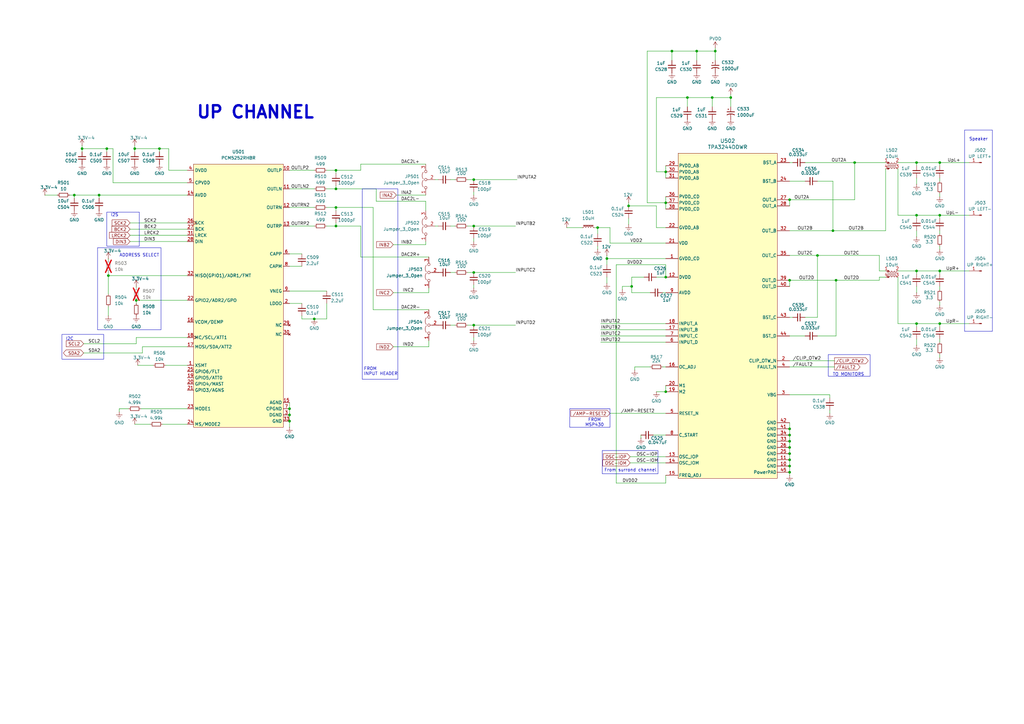
<source format=kicad_sch>
(kicad_sch (version 20250114) (generator "eeschema") (generator_version "9.0")
  (paper "A3")
  (title_block (title "Amplificateur Audio (Base Saine)") (date "2025-05-19") (rev "1.0") (company "NDG"))
  (rectangle (start 40.005 101.6) (end 66.04 135.255))
  (rectangle (start 233.68 167.64) (end 250.19 175.26))
  (rectangle (start 395.605 53.34) (end 407.035 135.89))
  (rectangle (start 339.725 145.415) (end 356.87 154.305))
  (rectangle (start 43.815 86.995) (end 57.15 100.965))
  (rectangle (start 148.59 77.47) (end 163.195 155.575))
  (rectangle (start 25.4 137.16) (end 42.545 147.32))
  (rectangle (start 247.015 184.785) (end 269.875 194.31))
  (text "TO MONITORS" (at 347.98 153.67 0) (effects (font (size 1.27 1.27))))
  (text "FROM\nINPUT HEADER" (at 149.225 152.4 0) (effects (font (size 1.27 1.27)) (justify left)))
  (text "Speaker\n" (at 401.32 57.15 0) (effects (font (size 1.27 1.27))))
  (text "FROM\nMSP430\n" (at 243.84 173.355 0) (effects (font (size 1.27 1.27))))
  (text "I2S\n" (at 46.99 88.265 0) (effects (font (size 1.27 1.27))))
  (text "I2C\n" (at 28.575 139.065 0) (effects (font (size 1.27 1.27))))
  (text "From surrond channel\n\n" (at 258.572 193.929 0) (effects (font (size 1.27 1.27))))
  (text "ADDRESS SELECT" (at 57.15 104.775 0) (effects (font (size 1.27 1.27))))
  (text "UP CHANNEL\n\n" (at 104.775 50.165 0) (effects (font (size 5 5) (thickness 1) (bold yes))))
  (junction (at 375.92 66.675))
  (junction (at 44.45 113.03))
  (junction (at 375.92 111.125))
  (junction (at 323.85 191.135))
  (junction (at 128.905 130.81))
  (junction (at 385.445 132.715))
  (junction (at 323.85 81.915))
  (junction (at 55.245 60.96))
  (junction (at 40.64 80.01))
  (junction (at 323.85 175.895))
  (junction (at 248.92 106.045))
  (junction (at 275.59 20.955))
  (junction (at 194.31 133.35))
  (junction (at 323.85 186.055))
  (junction (at 323.85 178.435))
  (junction (at 375.92 132.715))
  (junction (at 33.655 60.96))
  (junction (at 323.85 114.935))
  (junction (at 137.795 77.47))
  (junction (at 194.31 73.66))
  (junction (at 118.745 170.18))
  (junction (at 137.795 85.09))
  (junction (at 30.48 80.01))
  (junction (at 293.37 20.955))
  (junction (at 335.28 104.775))
  (junction (at 194.31 111.76))
  (junction (at 323.85 180.975))
  (junction (at 137.795 69.85))
  (junction (at 55.88 123.19))
  (junction (at 323.85 183.515))
  (junction (at 273.05 70.485))
  (junction (at 375.92 88.265))
  (junction (at 273.05 113.665))
  (junction (at 257.81 84.455))
  (junction (at 342.9 114.935))
  (junction (at 245.11 93.345))
  (junction (at 385.445 66.675))
  (junction (at 323.85 188.595))
  (junction (at 299.72 40.005))
  (junction (at 385.445 111.125))
  (junction (at 292.1 40.005))
  (junction (at 194.31 92.71))
  (junction (at 350.52 66.675))
  (junction (at 118.745 172.72))
  (junction (at 281.94 40.005))
  (junction (at 285.75 20.955))
  (junction (at 273.05 83.185))
  (junction (at 118.745 167.64))
  (junction (at 137.795 92.71))
  (junction (at 65.405 60.96))
  (junction (at 323.85 193.675))
  (junction (at 259.08 117.475))
  (junction (at 273.05 160.655))
  (junction (at 341.63 94.615))
  (junction (at 385.445 88.265))
  (junction (at 43.815 60.96))
  (wire (pts (xy 375.92 66.675) (xy 385.445 66.675)))
  (wire (pts (xy 118.745 77.47) (xy 128.905 77.47)))
  (wire (pts (xy 65.405 62.23) (xy 65.405 60.96)))
  (wire (pts (xy 385.445 66.675) (xy 385.445 67.945)))
  (wire (pts (xy 232.41 93.345) (xy 238.76 93.345)))
  (wire (pts (xy 44.45 113.03) (xy 44.45 120.65)))
  (wire (pts (xy 69.215 60.96) (xy 65.405 60.96)))
  (wire (pts (xy 385.445 66.675) (xy 397.51 66.675)))
  (wire (pts (xy 123.825 104.14) (xy 118.745 104.14)))
  (wire (pts (xy 260.35 150.495) (xy 266.7 150.495)))
  (wire (pts (xy 118.745 170.18) (xy 118.745 172.72)))
  (wire (pts (xy 385.445 132.715) (xy 385.445 133.985)))
  (wire (pts (xy 179.705 73.66) (xy 178.435 73.66)))
  (wire (pts (xy 335.28 104.775) (xy 335.28 130.175)))
  (wire (pts (xy 33.655 60.96) (xy 33.655 62.23)))
  (wire (pts (xy 147.955 92.71) (xy 137.795 92.71)))
  (wire (pts (xy 341.63 94.615) (xy 323.85 94.615)))
  (wire (pts (xy 368.3 132.715) (xy 375.92 132.715)))
  (wire (pts (xy 385.445 111.125) (xy 397.51 111.125)))
  (wire (pts (xy 76.835 74.93) (xy 46.355 74.93)))
  (wire (pts (xy 273.05 108.585) (xy 273.05 113.665)))
  (wire (pts (xy 137.795 76.2) (xy 137.795 77.47)))
  (wire (pts (xy 46.355 74.93) (xy 46.355 60.96)))
  (wire (pts (xy 250.19 169.545) (xy 273.05 169.545)))
  (wire (pts (xy 53.34 91.44) (xy 76.835 91.44)))
  (wire (pts (xy 40.64 80.01) (xy 76.835 80.01)))
  (wire (pts (xy 175.895 118.11) (xy 175.895 120.015)))
  (wire (pts (xy 162.56 80.01) (xy 174.625 80.01)))
  (wire (pts (xy 128.905 130.81) (xy 133.985 130.81)))
  (wire (pts (xy 292.1 40.005) (xy 292.1 43.815)))
  (wire (pts (xy 325.12 66.675) (xy 323.85 66.675)))
  (wire (pts (xy 342.9 114.935) (xy 342.9 137.795)))
  (wire (pts (xy 55.88 117.475) (xy 55.88 118.11)))
  (wire (pts (xy 34.29 140.97) (xy 55.88 140.97)))
  (wire (pts (xy 118.745 92.71) (xy 128.905 92.71)))
  (wire (pts (xy 194.31 139.7) (xy 194.31 138.43)))
  (wire (pts (xy 323.85 175.895) (xy 323.85 178.435)))
  (wire (pts (xy 250.19 99.695) (xy 250.19 93.345)))
  (wire (pts (xy 40.64 81.28) (xy 40.64 80.01)))
  (wire (pts (xy 266.7 120.015) (xy 259.08 120.015)))
  (wire (pts (xy 350.52 66.675) (xy 350.52 81.915)))
  (wire (pts (xy 368.3 66.675) (xy 375.92 66.675)))
  (wire (pts (xy 341.63 74.295) (xy 341.63 94.615)))
  (wire (pts (xy 133.985 119.38) (xy 118.745 119.38)))
  (wire (pts (xy 264.16 113.665) (xy 259.08 113.665)))
  (wire (pts (xy 43.815 62.23) (xy 43.815 60.96)))
  (wire (pts (xy 258.445 189.865) (xy 273.05 189.865)))
  (wire (pts (xy 281.94 40.005) (xy 269.24 40.005)))
  (wire (pts (xy 323.85 186.055) (xy 323.85 188.595)))
  (wire (pts (xy 265.43 20.955) (xy 275.59 20.955)))
  (wire (pts (xy 123.825 130.81) (xy 123.825 129.54)))
  (wire (pts (xy 44.45 113.03) (xy 76.835 113.03)))
  (wire (pts (xy 269.24 113.665) (xy 273.05 113.665)))
  (wire (pts (xy 375.92 97.155) (xy 375.92 94.615)))
  (wire (pts (xy 368.3 113.665) (xy 368.3 132.715)))
  (wire (pts (xy 118.745 172.72) (xy 118.745 175.26)))
  (wire (pts (xy 147.955 67.31) (xy 147.955 69.85)))
  (wire (pts (xy 323.85 180.975) (xy 323.85 183.515)))
  (wire (pts (xy 56.515 149.86) (xy 62.865 149.86)))
  (wire (pts (xy 184.785 133.35) (xy 186.69 133.35)))
  (wire (pts (xy 174.625 100.33) (xy 174.625 99.06)))
  (wire (pts (xy 323.85 193.675) (xy 323.85 194.945)))
  (wire (pts (xy 330.2 66.675) (xy 350.52 66.675)))
  (wire (pts (xy 133.985 124.46) (xy 133.985 130.81)))
  (wire (pts (xy 76.835 123.19) (xy 55.88 123.19)))
  (wire (pts (xy 360.68 114.935) (xy 342.9 114.935)))
  (wire (pts (xy 46.355 60.96) (xy 43.815 60.96)))
  (wire (pts (xy 194.31 92.71) (xy 211.455 92.71)))
  (wire (pts (xy 273.05 99.695) (xy 250.19 99.695)))
  (wire (pts (xy 118.745 69.85) (xy 128.905 69.85)))
  (wire (pts (xy 262.89 178.435) (xy 262.89 179.705)))
  (wire (pts (xy 323.85 81.915) (xy 323.85 84.455)))
  (wire (pts (xy 360.68 111.125) (xy 363.22 111.125)))
  (wire (pts (xy 44.45 111.76) (xy 44.45 113.03)))
  (wire (pts (xy 258.445 187.325) (xy 273.05 187.325)))
  (wire (pts (xy 340.36 169.545) (xy 340.36 168.275)))
  (wire (pts (xy 323.85 114.935) (xy 342.9 114.935)))
  (wire (pts (xy 271.78 120.015) (xy 273.05 120.015)))
  (wire (pts (xy 55.245 173.99) (xy 61.595 173.99)))
  (wire (pts (xy 368.3 69.215) (xy 368.3 88.265)))
  (wire (pts (xy 385.445 95.885) (xy 385.445 94.615)))
  (wire (pts (xy 385.445 88.265) (xy 385.445 89.535)))
  (wire (pts (xy 363.22 94.615) (xy 341.63 94.615)))
  (wire (pts (xy 194.31 133.35) (xy 211.455 133.35)))
  (wire (pts (xy 269.24 84.455) (xy 257.81 84.455)))
  (wire (pts (xy 33.655 59.69) (xy 33.655 60.96)))
  (wire (pts (xy 246.38 135.255) (xy 273.05 135.255)))
  (wire (pts (xy 191.77 73.66) (xy 194.31 73.66)))
  (wire (pts (xy 248.92 106.045) (xy 248.92 108.585)))
  (wire (pts (xy 260.35 151.765) (xy 260.35 150.495)))
  (wire (pts (xy 44.45 106.045) (xy 44.45 106.68)))
  (wire (pts (xy 53.34 99.06) (xy 76.835 99.06)))
  (wire (pts (xy 323.85 137.795) (xy 330.2 137.795)))
  (wire (pts (xy 363.22 113.665) (xy 360.68 113.665)))
  (wire (pts (xy 385.445 146.685) (xy 385.445 145.415)))
  (wire (pts (xy 252.73 198.12) (xy 252.73 108.585)))
  (wire (pts (xy 154.305 82.55) (xy 174.625 82.55)))
  (wire (pts (xy 275.59 20.955) (xy 285.75 20.955)))
  (wire (pts (xy 375.92 66.675) (xy 375.92 67.945)))
  (wire (pts (xy 33.655 60.96) (xy 43.815 60.96)))
  (wire (pts (xy 360.68 104.775) (xy 360.68 111.125)))
  (wire (pts (xy 137.795 71.12) (xy 137.795 69.85)))
  (wire (pts (xy 133.985 92.71) (xy 137.795 92.71)))
  (wire (pts (xy 137.795 77.47) (xy 133.985 77.47)))
  (wire (pts (xy 323.85 104.775) (xy 335.28 104.775)))
  (wire (pts (xy 191.77 92.71) (xy 194.31 92.71)))
  (wire (pts (xy 375.92 75.565) (xy 375.92 73.025)))
  (wire (pts (xy 174.625 67.31) (xy 147.955 67.31)))
  (wire (pts (xy 269.24 40.005) (xy 269.24 70.485)))
  (wire (pts (xy 273.05 83.185) (xy 265.43 83.185)))
  (wire (pts (xy 147.955 105.41) (xy 147.955 92.71)))
  (wire (pts (xy 194.31 99.06) (xy 194.31 97.79)))
  (wire (pts (xy 245.11 100.965) (xy 245.11 102.235)))
  (wire (pts (xy 385.445 125.095) (xy 385.445 123.825)))
  (wire (pts (xy 285.75 20.955) (xy 285.75 24.765)))
  (wire (pts (xy 275.59 20.955) (xy 275.59 24.765)))
  (wire (pts (xy 323.85 114.935) (xy 323.85 117.475)))
  (wire (pts (xy 154.305 77.47) (xy 154.305 82.55)))
  (wire (pts (xy 335.28 104.775) (xy 360.68 104.775)))
  (wire (pts (xy 153.035 127) (xy 153.035 85.09)))
  (wire (pts (xy 246.38 132.715) (xy 273.05 132.715)))
  (wire (pts (xy 55.88 124.46) (xy 55.88 123.19)))
  (wire (pts (xy 323.85 178.435) (xy 323.85 180.975)))
  (wire (pts (xy 153.035 85.09) (xy 137.795 85.09)))
  (wire (pts (xy 375.92 132.715) (xy 385.445 132.715)))
  (wire (pts (xy 273.05 83.185) (xy 273.05 85.725)))
  (wire (pts (xy 335.28 74.295) (xy 341.63 74.295)))
  (wire (pts (xy 269.24 160.655) (xy 273.05 160.655)))
  (wire (pts (xy 385.445 88.265) (xy 397.51 88.265)))
  (wire (pts (xy 265.43 83.185) (xy 265.43 20.955)))
  (wire (pts (xy 191.77 111.76) (xy 194.31 111.76)))
  (wire (pts (xy 323.85 150.495) (xy 342.265 150.495)))
  (wire (pts (xy 273.05 80.645) (xy 273.05 83.185)))
  (wire (pts (xy 281.94 40.005) (xy 281.94 43.815)))
  (wire (pts (xy 375.92 111.125) (xy 375.92 112.395)))
  (wire (pts (xy 175.895 120.015) (xy 161.29 120.015)))
  (wire (pts (xy 323.85 191.135) (xy 323.85 193.675)))
  (wire (pts (xy 55.245 60.96) (xy 55.245 62.23)))
  (wire (pts (xy 123.825 124.46) (xy 118.745 124.46)))
  (wire (pts (xy 34.29 144.78) (xy 58.42 144.78)))
  (wire (pts (xy 137.795 69.85) (xy 133.985 69.85)))
  (wire (pts (xy 259.08 117.475) (xy 259.08 120.015)))
  (wire (pts (xy 250.19 93.345) (xy 245.11 93.345)))
  (wire (pts (xy 335.28 130.175) (xy 330.2 130.175)))
  (wire (pts (xy 245.11 93.345) (xy 243.84 93.345)))
  (wire (pts (xy 175.895 142.24) (xy 161.29 142.24)))
  (wire (pts (xy 147.955 69.85) (xy 137.795 69.85)))
  (wire (pts (xy 340.36 163.195) (xy 340.36 161.925)))
  (wire (pts (xy 273.05 198.12) (xy 252.73 198.12)))
  (wire (pts (xy 175.895 127) (xy 153.035 127)))
  (wire (pts (xy 269.24 93.345) (xy 273.05 93.345)))
  (wire (pts (xy 299.72 40.005) (xy 292.1 40.005)))
  (wire (pts (xy 69.215 69.85) (xy 69.215 60.96)))
  (wire (pts (xy 330.2 74.295) (xy 323.85 74.295)))
  (wire (pts (xy 363.22 69.215) (xy 363.22 94.615)))
  (wire (pts (xy 350.52 66.675) (xy 363.22 66.675)))
  (wire (pts (xy 368.3 111.125) (xy 375.92 111.125)))
  (wire (pts (xy 184.785 92.71) (xy 186.69 92.71)))
  (wire (pts (xy 271.78 150.495) (xy 273.05 150.495)))
  (wire (pts (xy 257.81 83.185) (xy 257.81 84.455)))
  (wire (pts (xy 174.625 82.55) (xy 174.625 86.36)))
  (wire (pts (xy 385.445 102.235) (xy 385.445 100.965)))
  (wire (pts (xy 118.745 167.64) (xy 118.745 170.18)))
  (wire (pts (xy 67.945 149.86) (xy 76.835 149.86)))
  (wire (pts (xy 58.42 144.78) (xy 58.42 142.24)))
  (wire (pts (xy 123.825 130.81) (xy 128.905 130.81)))
  (wire (pts (xy 55.245 60.96) (xy 65.405 60.96)))
  (wire (pts (xy 66.675 173.99) (xy 76.835 173.99)))
  (wire (pts (xy 323.85 183.515) (xy 323.85 186.055)))
  (wire (pts (xy 385.445 118.745) (xy 385.445 117.475)))
  (wire (pts (xy 375.92 88.265) (xy 385.445 88.265)))
  (wire (pts (xy 293.37 19.685) (xy 293.37 20.955)))
  (wire (pts (xy 175.895 139.7) (xy 175.895 142.24)))
  (wire (pts (xy 375.92 141.605) (xy 375.92 139.065)))
  (wire (pts (xy 30.48 80.01) (xy 30.48 81.28)))
  (wire (pts (xy 53.34 96.52) (xy 76.835 96.52)))
  (wire (pts (xy 194.31 118.11) (xy 194.31 116.84)))
  (wire (pts (xy 175.895 105.41) (xy 147.955 105.41)))
  (wire (pts (xy 48.895 167.64) (xy 52.705 167.64)))
  (wire (pts (xy 273.05 67.945) (xy 273.05 70.485)))
  (wire (pts (xy 273.05 158.115) (xy 273.05 160.655)))
  (wire (pts (xy 255.27 117.475) (xy 255.27 118.745)))
  (wire (pts (xy 360.68 113.665) (xy 360.68 114.935)))
  (wire (pts (xy 269.24 70.485) (xy 273.05 70.485)))
  (wire (pts (xy 30.48 80.01) (xy 40.64 80.01)))
  (wire (pts (xy 248.92 106.045) (xy 273.05 106.045)))
  (wire (pts (xy 246.38 140.335) (xy 273.05 140.335)))
  (wire (pts (xy 368.3 88.265) (xy 375.92 88.265)))
  (wire (pts (xy 48.895 168.91) (xy 48.895 167.64)))
  (wire (pts (xy 194.31 73.66) (xy 212.09 73.66)))
  (wire (pts (xy 299.72 43.815) (xy 299.72 40.005)))
  (wire (pts (xy 257.81 92.075) (xy 257.81 89.535)))
  (wire (pts (xy 28.575 80.01) (xy 30.48 80.01)))
  (wire (pts (xy 385.445 140.335) (xy 385.445 139.065)))
  (wire (pts (xy 385.445 111.125) (xy 385.445 112.395)))
  (wire (pts (xy 350.52 81.915) (xy 323.85 81.915)))
  (wire (pts (xy 194.31 80.01) (xy 194.31 78.74)))
  (wire (pts (xy 123.825 109.22) (xy 118.745 109.22)))
  (wire (pts (xy 246.38 137.795) (xy 273.05 137.795)))
  (wire (pts (xy 191.77 133.35) (xy 194.31 133.35)))
  (wire (pts (xy 58.42 142.24) (xy 76.835 142.24)))
  (wire (pts (xy 293.37 24.765) (xy 293.37 20.955)))
  (wire (pts (xy 184.785 73.66) (xy 186.69 73.66)))
  (wire (pts (xy 194.31 111.76) (xy 211.455 111.76)))
  (wire (pts (xy 299.72 38.735) (xy 299.72 40.005)))
  (wire (pts (xy 375.92 88.265) (xy 375.92 89.535)))
  (wire (pts (xy 323.85 173.355) (xy 323.85 175.895)))
  (wire (pts (xy 293.37 20.955) (xy 285.75 20.955)))
  (wire (pts (xy 18.415 80.01) (xy 23.495 80.01)))
  (wire (pts (xy 154.305 77.47) (xy 137.795 77.47)))
  (wire (pts (xy 375.92 111.125) (xy 385.445 111.125)))
  (wire (pts (xy 385.445 80.645) (xy 385.445 79.375)))
  (wire (pts (xy 55.88 138.43) (xy 76.835 138.43)))
  (wire (pts (xy 375.92 132.715) (xy 375.92 133.985)))
  (wire (pts (xy 55.88 140.97) (xy 55.88 138.43)))
  (wire (pts (xy 340.36 161.925) (xy 323.85 161.925)))
  (wire (pts (xy 137.795 92.71) (xy 137.795 91.44)))
  (wire (pts (xy 267.97 178.435) (xy 273.05 178.435)))
  (wire (pts (xy 55.245 59.69) (xy 55.245 60.96)))
  (wire (pts (xy 44.45 125.73) (xy 44.45 129.54)))
  (wire (pts (xy 269.24 84.455) (xy 269.24 93.345)))
  (wire (pts (xy 375.92 120.015) (xy 375.92 117.475)))
  (wire (pts (xy 335.28 137.795) (xy 342.9 137.795)))
  (wire (pts (xy 385.445 132.715) (xy 397.51 132.715)))
  (wire (pts (xy 385.445 74.295) (xy 385.445 73.025)))
  (wire (pts (xy 53.34 93.98) (xy 76.835 93.98)))
  (wire (pts (xy 255.27 117.475) (xy 259.08 117.475)))
  (wire (pts (xy 248.92 104.775) (xy 248.92 106.045)))
  (wire (pts (xy 323.85 188.595) (xy 323.85 191.135)))
  (wire (pts (xy 137.795 86.36) (xy 137.795 85.09)))
  (wire (pts (xy 69.215 69.85) (xy 76.835 69.85)))
  (wire (pts (xy 325.12 130.175) (xy 323.85 130.175)))
  (wire (pts (xy 273.05 198.12) (xy 273.05 194.945)))
  (wire (pts (xy 137.795 85.09) (xy 133.985 85.09)))
  (wire (pts (xy 248.92 116.205) (xy 248.92 113.665)))
  (wire (pts (xy 259.08 113.665) (xy 259.08 117.475)))
  (wire (pts (xy 57.785 167.64) (xy 76.835 167.64)))
  (wire (pts (xy 281.94 40.005) (xy 292.1 40.005)))
  (wire (pts (xy 323.85 147.955) (xy 342.265 147.955)))
  (wire (pts (xy 252.73 108.585) (xy 273.05 108.585)))
  (wire (pts (xy 161.29 100.33) (xy 174.625 100.33)))
  (wire (pts (xy 118.745 85.09) (xy 128.905 85.09)))
  (wire (pts (xy 179.705 92.71) (xy 178.435 92.71)))
  (wire (pts (xy 245.11 93.345) (xy 245.11 95.885)))
  (wire (pts (xy 184.785 111.76) (xy 186.69 111.76)))
  (wire (pts (xy 118.745 165.1) (xy 118.745 167.64)))
  (wire (pts (xy 273.05 70.485) (xy 273.05 73.025)))
  (label "DVDD2" (at 257.175 108.585 0))
  (label "UpR+" (at 387.985 111.125 0))
  (label "OUTRN2" (at 119.38 85.09 0))
  (label "INPUTB2" (at 211.455 92.71 0))
  (label "OUTLP2" (at 119.38 69.85 0))
  (label "{slash}CLIP_OTW2" (at 325.12 147.955 0))
  (label "OSC-IOP" (at 260.985 187.325 0))
  (label "OUTLN2" (at 119.38 77.47 0))
  (label "BCK2" (at 59.055 93.98 0))
  (label "DIN3" (at 59.055 99.06 0))
  (label "OUT2A" (at 325.755 81.915 0))
  (label "UpL+" (at 388.62 66.675 0))
  (label "INC2" (at 165.1 120.015 0))
  (label "INPUTA2" (at 212.09 73.66 0))
  (label "VDD2" (at 258.445 99.695 0))
  (label "OUT2C" (at 346.075 104.775 0))
  (label "UpR-" (at 387.985 132.715 0))
  (label "OUT2D" (at 327.66 114.935 0))
  (label "DVDD2" (at 255.27 198.12 0))
  (label "DAC2R+" (at 164.465 105.41 0))
  (label "DAC2L-" (at 164.465 82.55 0))
  (label "OUT2B" (at 327.025 94.615 0))
  (label "OUT2A" (at 340.995 66.675 0))
  (label "INPUTA2" (at 246.38 132.715 0))
  (label "OSC-IOM" (at 260.985 189.865 0))
  (label "SDA2" (at 36.195 144.78 0))
  (label "INPUTC2" (at 211.455 111.76 0))
  (label "LRCK2" (at 59.055 96.52 0))
  (label "INB2" (at 164.465 100.33 0))
  (label "{slash}FAULT2" (at 325.12 150.495 0))
  (label "INPUTC2" (at 246.38 137.795 0))
  (label "INA2" (at 164.465 80.01 0))
  (label "OUT2C" (at 327.025 104.775 0))
  (label "INPUTB2" (at 246.38 135.255 0))
  (label "DAC2L+" (at 164.465 67.31 0))
  (label "{slash}AMP-RESET2" (at 254.635 169.545 0))
  (label "SCL2" (at 36.195 140.97 0))
  (label "INPUTD2" (at 246.38 140.335 0))
  (label "OUT2D" (at 346.075 114.935 0))
  (label "DAC2R-" (at 164.465 127 0))
  (label "IND2" (at 165.1 142.24 0))
  (label "OUTRP2" (at 119.38 92.71 0))
  (label "INPUTD2" (at 211.455 133.35 0))
  (label "OUT2B" (at 347.98 94.615 0))
  (label "UpL-" (at 387.985 88.265 0))
  (label "SCK2" (at 59.055 91.44 0))
  (global_label "{slash}FAULT2" (shape output) (at 342.265 150.495 0) (property "Intersheetrefs" "${INTERSHEET_REFS}" (effects (hide yes))))
  (global_label "SDA2" (shape bidirectional) (at 34.29 144.78 180) (property "Intersheetrefs" "${INTERSHEET_REFS}" (effects (hide yes))))
  (global_label "INB2" (shape input) (at 161.29 100.33 180) (property "Intersheetrefs" "${INTERSHEET_REFS}" (effects (hide yes))))
  (global_label "IND2" (shape input) (at 161.29 142.24 180) (property "Intersheetrefs" "${INTERSHEET_REFS}" (effects (hide yes))))
  (global_label "{slash}AMP-RESET2" (shape input) (at 250.19 169.545 180) (property "Intersheetrefs" "${INTERSHEET_REFS}" (effects (hide yes))))
  (global_label "SCK2" (shape input) (at 53.34 91.44 180) (property "Intersheetrefs" "${INTERSHEET_REFS}" (effects (hide yes))))
  (global_label "BCK2" (shape input) (at 53.34 93.98 180) (property "Intersheetrefs" "${INTERSHEET_REFS}" (effects (hide yes))))
  (global_label "LRCK2" (shape input) (at 53.34 96.52 180) (property "Intersheetrefs" "${INTERSHEET_REFS}" (effects (hide yes))))
  (global_label "{slash}CLIP_OTW2" (shape output) (at 342.265 147.955 0) (property "Intersheetrefs" "${INTERSHEET_REFS}" (effects (hide yes))))
  (global_label "INA2" (shape input) (at 162.56 80.01 180) (property "Intersheetrefs" "${INTERSHEET_REFS}" (effects (hide yes))))
  (global_label "INC2" (shape input) (at 161.29 120.015 180) (property "Intersheetrefs" "${INTERSHEET_REFS}" (effects (hide yes))))
  (global_label "SCL2" (shape input) (at 34.29 140.97 180) (property "Intersheetrefs" "${INTERSHEET_REFS}" (effects (hide yes))))
  (global_label "OSC-IOP" (shape input) (at 258.445 187.325 180) (property "Intersheetrefs" "${INTERSHEET_REFS}" (effects (hide yes))))
  (global_label "OSC-IOM" (shape input) (at 258.445 189.865 180) (property "Intersheetrefs" "${INTERSHEET_REFS}" (effects (hide yes))))
  (global_label "DIN3" (shape input) (at 53.34 99.06 180) (property "Intersheetrefs" "${INTERSHEET_REFS}" (effects (hide yes))))
  (symbol (lib_id "Device:C_Small") (at 182.245 73.66 90) (unit 1)
    (property "Reference" "C514" (at 182.118 68.707 90))
    (property "Value" "10uF" (at 182.499 70.358 90))
    (property "Description" "Unpolarized capacitor, small symbol" (effects (hide yes)))
  )
  (symbol (lib_id "power:Earth") (at 33.655 67.31 0) (unit 1)
    (property "Reference" "#PWR0505" (effects (hide yes)))
    (property "Value" "GND" (at 33.655 71.12 0))
    (property "Description" "Power symbol creates a global label with name \"Earth\"" (effects (hide yes)))
  )
  (symbol (lib_id "power:Earth") (at 275.59 29.845 0) (unit 1)
    (property "Reference" "#PWR0501" (effects (hide yes)))
    (property "Value" "GND" (at 275.59 33.655 0))
    (property "Description" "Power symbol creates a global label with name \"Earth\"" (effects (hide yes)))
  )
  (symbol (lib_id "power:Earth") (at 44.45 129.54 0) (unit 1)
    (property "Reference" "#PWR0512" (effects (hide yes)))
    (property "Value" "GND" (at 44.45 133.985 0))
    (property "Description" "Power symbol creates a global label with name \"Earth\"" (effects (hide yes)))
  )
  (symbol (lib_id "power:+12V") (at 293.37 19.685 0) (unit 1)
    (property "Reference" "#PWR0544" (effects (hide yes)))
    (property "Value" "PVDD" (at 293.37 15.875 0))
    (property "Description" "Power symbol creates a global label with name \"+12V\"" (effects (hide yes)))
  )
  (symbol (lib_id "Device:C_Small") (at 30.48 83.82 180) (unit 1)
    (property "Reference" "C504" (at 26.035 84.963 0))
    (property "Value" "10uF" (at 26.035 82.423 0))
    (property "Description" "Unpolarized capacitor, small symbol" (effects (hide yes)))
  )
  (symbol (lib_id "Device:C_Small") (at 133.985 121.92 0) (unit 1)
    (property "Reference" "C511" (at 138.43 120.777 0))
    (property "Value" "2.2uF" (at 138.43 123.317 0))
    (property "Description" "Unpolarized capacitor, small symbol" (effects (hide yes)))
  )
  (symbol (lib_id "Device:R_Small") (at 44.45 123.19 180) (unit 1)
    (property "Reference" "R504" (at 46.99 121.9199 0) (effects (justify right)))
    (property "Value" "10k" (at 46.99 124.4599 0) (effects (justify right)))
    (property "Description" "Resistor, small symbol" (effects (hide yes)))
  )
  (symbol (lib_id "Device:C_Small") (at 194.31 95.25 0) (unit 1)
    (property "Reference" "C519" (at 198.755 94.107 0))
    (property "Value" "100pF" (at 198.755 96.647 0))
    (property "Description" "Unpolarized capacitor, small symbol" (effects (hide yes)))
  )
  (symbol (lib_id "Device:R_Small") (at 189.23 133.35 270) (unit 1)
    (property "Reference" "R516" (at 189.23 129.286 90))
    (property "Value" "100" (at 189.23 130.81 90))
    (property "Description" "Resistor, small symbol" (effects (hide yes)))
  )
  (symbol (lib_id "Device:C_Small") (at 194.31 76.2 0) (unit 1)
    (property "Reference" "C518" (at 198.755 75.057 0))
    (property "Value" "100pF" (at 198.755 77.597 0))
    (property "Description" "Unpolarized capacitor, small symbol" (effects (hide yes)))
  )
  (symbol (lib_id "Device:R_Small") (at 131.445 77.47 270) (unit 1)
    (property "Reference" "R510" (at 131.445 72.39 90))
    (property "Value" "499" (at 131.445 74.93 90))
    (property "Description" "Resistor, small symbol" (effects (hide yes)))
  )
  (symbol (lib_id "Device:R_Small") (at 385.445 76.835 0) (unit 1)
    (property "Reference" "R519" (at 381.381 75.565 0))
    (property "Value" "3.3" (at 381.127 77.597 0))
    (property "Description" "Resistor, small symbol" (effects (hide yes)))
  )
  (symbol (lib_id "Device:C_Small") (at 33.655 64.77 180) (unit 1)
    (property "Reference" "C502" (at 29.21 65.913 0))
    (property "Value" "10uF" (at 29.21 63.373 0))
    (property "Description" "Unpolarized capacitor, small symbol" (effects (hide yes)))
  )
  (symbol (lib_id "Device:C_Small") (at 332.74 137.795 270) (unit 1)
    (property "Reference" "C537" (at 332.486 132.715 90))
    (property "Value" "0.033uF" (at 332.486 134.493 90))
    (property "Description" "Unpolarized capacitor, small symbol" (effects (hide yes)))
  )
  (symbol (lib_id "power:Earth") (at 255.27 118.745 0) (unit 1)
    (property "Reference" "#PWR0533" (effects (hide yes)))
    (property "Value" "GND" (at 255.27 122.555 0))
    (property "Description" "Power symbol creates a global label with name \"Earth\"" (effects (hide yes)))
  )
  (symbol (lib_id "power:Earth") (at 281.94 48.895 0) (unit 1)
    (property "Reference" "#PWR0504" (effects (hide yes)))
    (property "Value" "GND" (at 281.94 52.705 0))
    (property "Description" "Power symbol creates a global label with name \"Earth\"" (effects (hide yes)))
  )
  (symbol (lib_id "Device:C_Small") (at 40.64 83.82 180) (unit 1)
    (property "Reference" "C506" (at 36.195 84.963 0))
    (property "Value" "0.1uF" (at 36.195 82.423 0))
    (property "Description" "Unpolarized capacitor, small symbol" (effects (hide yes)))
  )
  (symbol (lib_id "Device:R_Small") (at 385.445 142.875 0) (unit 1)
    (property "Reference" "R522" (at 381.381 141.605 0))
    (property "Value" "3.3" (at 381.127 143.637 0))
    (property "Description" "Resistor, small symbol" (effects (hide yes)))
  )
  (symbol (lib_id "power:Earth") (at 340.36 169.545 0) (unit 1)
    (property "Reference" "#PWR0541" (effects (hide yes)))
    (property "Value" "GND" (at 340.36 173.355 0))
    (property "Description" "Power symbol creates a global label with name \"Earth\"" (effects (hide yes)))
  )
  (symbol (lib_id "Device:C_Small") (at 194.31 135.89 0) (unit 1)
    (property "Reference" "C521" (at 198.755 134.747 0))
    (property "Value" "100pF" (at 198.755 137.287 0))
    (property "Description" "Unpolarized capacitor, small symbol" (effects (hide yes)))
  )
  (symbol (lib_id "Device:R_Small") (at 55.245 167.64 90) (unit 1)
    (property "Reference" "R502" (at 55.245 162.56 90))
    (property "Value" "4.99k" (at 55.245 165.1 90))
    (property "Description" "Resistor, small symbol" (effects (hide yes)))
  )
  (symbol (lib_id "power:+3V3") (at 18.415 80.01 0) (unit 1)
    (property "Reference" "#PWR0419" (effects (hide yes)))
    (property "Value" "3.3V-4" (at 16.51 76.835 0) (effects (justify left)))
    (property "Description" "Power symbol creates a global label with name \"+3V3\"" (effects (hide yes)))
  )
  (symbol (lib_id "Device:C_Small") (at 182.245 111.76 90) (unit 1)
    (property "Reference" "C516" (at 182.118 106.807 90))
    (property "Value" "10uF" (at 182.499 108.458 90))
    (property "Description" "Unpolarized capacitor, small symbol" (effects (hide yes)))
  )
  (symbol (lib_id "Device:C_Small") (at 332.74 74.295 270) (unit 1)
    (property "Reference" "C536" (at 332.486 69.215 90))
    (property "Value" "0.033uF" (at 332.486 70.993 90))
    (property "Description" "Unpolarized capacitor, small symbol" (effects (hide yes)))
  )
  (symbol (lib_id "Device:C_Small") (at 340.36 165.735 180) (unit 1)
    (property "Reference" "C538" (at 335.915 166.878 0))
    (property "Value" "0.1uF" (at 335.915 164.338 0))
    (property "Description" "Unpolarized capacitor, small symbol" (effects (hide yes)))
  )
  (symbol (lib_id "Device:L_Iron_Coupled_Small_1243") (at 365.76 112.395 0) (unit 1)
    (property "Reference" "L503" (at 365.76 106.045 0))
    (property "Value" "10uH" (at 365.76 108.585 0))
    (property "Description" "Coupled inductor with iron core, small symbol" (effects (hide yes)))
  )
  (symbol (lib_id "power:+12V") (at 248.92 104.775 0) (unit 1)
    (property "Reference" "#PWR0531" (effects (hide yes)))
    (property "Value" "12V" (at 248.666 101.219 0))
    (property "Description" "Power symbol creates a global label with name \"+12V\"" (effects (hide yes)))
  )
  (symbol (lib_id "Jumper:Jumper_3_Open") (at 174.625 92.71 90) (unit 1)
    (property "Reference" "JP502" (at 172.085 91.4399 90) (effects (justify left)))
    (property "Value" "Jumper_3_Open" (at 172.085 93.9799 90) (effects (justify left)))
    (property "Description" "Jumper, 3-pole, both open" (effects (hide yes)))
  )
  (symbol (lib_id "power:Earth") (at 262.89 179.705 0) (unit 1)
    (property "Reference" "#PWR0537" (effects (hide yes)))
    (property "Value" "GND" (at 262.89 183.515 0))
    (property "Description" "Power symbol creates a global label with name \"Earth\"" (effects (hide yes)))
  )
  (symbol (lib_id "Device:L_Iron_Coupled_Small_1243") (at 365.76 67.945 0) (unit 1)
    (property "Reference" "L502" (at 365.76 61.595 0))
    (property "Value" "10uH" (at 365.76 64.135 0))
    (property "Description" "Coupled inductor with iron core, small symbol" (effects (hide yes)))
  )
  (symbol (lib_id "power:+12V") (at 257.81 83.185 0) (unit 1)
    (property "Reference" "#PWR0534" (effects (hide yes)))
    (property "Value" "12V" (at 257.556 79.883 0))
    (property "Description" "Power symbol creates a global label with name \"+12V\"" (effects (hide yes)))
  )
  (symbol (lib_id "Device:C_Small") (at 281.94 46.355 180) (unit 1)
    (property "Reference" "C529" (at 277.495 47.498 0))
    (property "Value" "1uF" (at 277.495 44.958 0))
    (property "Description" "Unpolarized capacitor, small symbol" (effects (hide yes)))
  )
  (symbol (lib_id "Device:R_Small") (at 65.405 149.86 90) (unit 1)
    (property "Reference" "R506" (at 65.405 144.78 90))
    (property "Value" "10k" (at 65.405 147.32 90))
    (property "Description" "Resistor, small symbol" (effects (hide yes)))
  )
  (symbol (lib_id "Device:C_Small") (at 265.43 178.435 90) (unit 1)
    (property "Reference" "C525" (at 269.494 179.705 90))
    (property "Value" "0.047uF" (at 269.748 181.483 90))
    (property "Description" "Unpolarized capacitor, small symbol" (effects (hide yes)))
  )
  (symbol (lib_id "power:Earth") (at 375.92 141.605 0) (unit 1)
    (property "Reference" "#PWR0543" (effects (hide yes)))
    (property "Value" "GND" (at 375.92 145.415 0))
    (property "Description" "Power symbol creates a global label with name \"Earth\"" (effects (hide yes)))
  )
  (symbol (lib_id "power:Earth") (at 55.245 67.31 0) (unit 1)
    (property "Reference" "#PWR0514" (effects (hide yes)))
    (property "Value" "GND" (at 55.245 71.12 0))
    (property "Description" "Power symbol creates a global label with name \"Earth\"" (effects (hide yes)))
  )
  (symbol (lib_id "power:Earth") (at 375.92 120.015 0) (unit 1)
    (property "Reference" "#PWR0545" (effects (hide yes)))
    (property "Value" "GND" (at 375.92 123.825 0))
    (property "Description" "Power symbol creates a global label with name \"Earth\"" (effects (hide yes)))
  )
  (symbol (lib_id "power:Earth") (at 194.31 139.7 0) (unit 1)
    (property "Reference" "#PWR0528" (effects (hide yes)))
    (property "Value" "GND" (at 194.31 143.51 0))
    (property "Description" "Power symbol creates a global label with name \"Earth\"" (effects (hide yes)))
  )
  (symbol (lib_id "Device:C_Small") (at 123.825 106.68 0) (unit 1)
    (property "Reference" "C509" (at 128.27 105.537 0))
    (property "Value" "2.2uF" (at 128.27 108.077 0))
    (property "Description" "Unpolarized capacitor, small symbol" (effects (hide yes)))
  )
  (symbol (lib_id "power:Earth") (at 293.37 29.845 0) (unit 1)
    (property "Reference" "#PWR0515" (effects (hide yes)))
    (property "Value" "GND" (at 293.37 33.655 0))
    (property "Description" "Power symbol creates a global label with name \"Earth\"" (effects (hide yes)))
  )
  (symbol (lib_id "Device:R_Small") (at 55.88 120.65 180) (unit 1) (dnp yes)
    (property "Reference" "R507" (at 58.42 119.3799 0) (effects (justify right)))
    (property "Value" "10k" (at 58.42 121.9199 0) (effects (justify right)))
    (property "Description" "Resistor, small symbol" (effects (hide yes)))
  )
  (symbol (lib_id "Device:R_Small") (at 64.135 173.99 90) (unit 1)
    (property "Reference" "R505" (at 64.135 168.91 90))
    (property "Value" "4.99k" (at 64.135 171.45 90))
    (property "Description" "Resistor, small symbol" (effects (hide yes)))
  )
  (symbol (lib_id "Device:C_Small") (at 257.81 86.995 180) (unit 1)
    (property "Reference" "C524" (at 253.365 88.138 0))
    (property "Value" "0.1uF" (at 253.365 85.598 0))
    (property "Description" "Unpolarized capacitor, small symbol" (effects (hide yes)))
  )
  (symbol (lib_id "power:+3V3") (at 56.515 149.86 0) (unit 1)
    (property "Reference" "#PWR0422" (effects (hide yes)))
    (property "Value" "3.3V-4" (at 54.61 146.685 0) (effects (justify left)))
    (property "Description" "Power symbol creates a global label with name \"+3V3\"" (effects (hide yes)))
  )
  (symbol (lib_id "Connector:Conn_01x01_Pin") (at 402.59 88.265 180) (unit 1)
    (property "Reference" "J503" (at 401.955 83.185 0))
    (property "Value" "UP LEFT-" (at 401.955 85.725 0))
    (property "Description" "Generic connector, single row, 01x01, script generated" (effects (hide yes)))
  )
  (symbol (lib_id "power:Earth") (at 245.11 102.235 0) (unit 1)
    (property "Reference" "#PWR0530" (effects (hide yes)))
    (property "Value" "GND" (at 245.11 106.045 0))
    (property "Description" "Power symbol creates a global label with name \"Earth\"" (effects (hide yes)))
  )
  (symbol (lib_id "power:Earth") (at 194.31 80.01 0) (unit 1)
    (property "Reference" "#PWR0525" (effects (hide yes)))
    (property "Value" "GND" (at 194.31 83.82 0))
    (property "Description" "Power symbol creates a global label with name \"Earth\"" (effects (hide yes)))
  )
  (symbol (lib_id "Jumper:Jumper_3_Open") (at 175.895 133.35 90) (unit 1)
    (property "Reference" "JP504" (at 173.355 132.0799 90) (effects (justify left)))
    (property "Value" "Jumper_3_Open" (at 173.355 134.6199 90) (effects (justify left)))
    (property "Description" "Jumper, 3-pole, both open" (effects (hide yes)))
  )
  (symbol (lib_id "Device:R_Small") (at 189.23 73.66 270) (unit 1)
    (property "Reference" "R513" (at 189.23 69.596 90))
    (property "Value" "100" (at 189.23 71.12 90))
    (property "Description" "Resistor, small symbol" (effects (hide yes)))
  )
  (symbol (lib_id "Device:R_Small") (at 269.24 150.495 270) (unit 1)
    (property "Reference" "R517" (at 269.24 146.431 90))
    (property "Value" "22k" (at 269.24 147.955 90))
    (property "Description" "Resistor, small symbol" (effects (hide yes)))
  )
  (symbol (lib_id "Device:C_Small") (at 385.445 114.935 180) (unit 1)
    (property "Reference" "C545" (at 381 116.078 0))
    (property "Value" "0.01uF" (at 381 113.538 0))
    (property "Description" "Unpolarized capacitor, small symbol" (effects (hide yes)))
  )
  (symbol (lib_id "power:+12V") (at 299.72 38.735 0) (unit 1)
    (property "Reference" "#PWR0546" (effects (hide yes)))
    (property "Value" "PVDD" (at 299.974 34.925 0))
    (property "Description" "Power symbol creates a global label with name \"+12V\"" (effects (hide yes)))
  )
  (symbol (lib_id "power:+3V3") (at 55.245 59.69 0) (unit 1)
    (property "Reference" "#PWR0414" (effects (hide yes)))
    (property "Value" "3.3V-4" (at 53.34 56.515 0) (effects (justify left)))
    (property "Description" "Power symbol creates a global label with name \"+3V3\"" (effects (hide yes)))
  )
  (symbol (lib_id "Device:R_Small") (at 189.23 92.71 270) (unit 1)
    (property "Reference" "R514" (at 189.23 88.646 90))
    (property "Value" "100" (at 189.23 90.17 90))
    (property "Description" "Resistor, small symbol" (effects (hide yes)))
  )
  (symbol (lib_id "power:Earth") (at 118.745 175.26 0) (unit 1)
    (property "Reference" "#PWR0523" (effects (hide yes)))
    (property "Value" "GND" (at 118.745 179.07 0))
    (property "Description" "Power symbol creates a global label with name \"Earth\"" (effects (hide yes)))
  )
  (symbol (lib_id "power:Earth") (at 375.92 97.155 0) (unit 1)
    (property "Reference" "#PWR0548" (effects (hide yes)))
    (property "Value" "GND" (at 375.92 100.965 0))
    (property "Description" "Power symbol creates a global label with name \"Earth\"" (effects (hide yes)))
  )
  (symbol (lib_id "Device:R_Small") (at 131.445 85.09 270) (unit 1)
    (property "Reference" "R511" (at 131.445 80.01 90))
    (property "Value" "499" (at 131.445 82.55 90))
    (property "Description" "Resistor, small symbol" (effects (hide yes)))
  )
  (symbol (lib_id "power:Earth") (at 40.64 86.36 0) (unit 1)
    (property "Reference" "#PWR0510" (effects (hide yes)))
    (property "Value" "GND" (at 40.64 90.17 0))
    (property "Description" "Power symbol creates a global label with name \"Earth\"" (effects (hide yes)))
  )
  (symbol (lib_id "power:Earth") (at 48.895 168.91 0) (unit 1)
    (property "Reference" "#PWR0508" (effects (hide yes)))
    (property "Value" "GND" (at 48.895 173.355 0))
    (property "Description" "Power symbol creates a global label with name \"Earth\"" (effects (hide yes)))
  )
  (symbol (lib_id "Device:C_Small") (at 292.1 46.355 180) (unit 1)
    (property "Reference" "C531" (at 287.655 47.498 0))
    (property "Value" "1uF" (at 287.655 44.958 0))
    (property "Description" "Unpolarized capacitor, small symbol" (effects (hide yes)))
  )
  (symbol (lib_id "power:Earth") (at 385.445 102.235 0) (unit 1)
    (property "Reference" "#PWR0549" (effects (hide yes)))
    (property "Value" "GND" (at 385.445 106.045 0))
    (property "Description" "Power symbol creates a global label with name \"Earth\"" (effects (hide yes)))
  )
  (symbol (lib_id "power:Earth") (at 194.31 118.11 0) (unit 1)
    (property "Reference" "#PWR0527" (effects (hide yes)))
    (property "Value" "GND" (at 194.31 121.92 0))
    (property "Description" "Power symbol creates a global label with name \"Earth\"" (effects (hide yes)))
  )
  (symbol (lib_id "Device:C_Polarized_Small_US") (at 299.72 46.355 0) (unit 1)
    (property "Reference" "C533" (at 302.26 44.6531 0) (effects (justify left)))
    (property "Value" "1000uF" (at 302.26 47.1931 0) (effects (justify left)))
    (property "Description" "Polarized capacitor, small US symbol" (effects (hide yes)))
  )
  (symbol (lib_id "Device:C_Small") (at 137.795 88.9 0) (unit 1)
    (property "Reference" "C513" (at 142.24 87.757 0))
    (property "Value" "1000pF" (at 142.24 90.297 0))
    (property "Description" "Unpolarized capacitor, small symbol" (effects (hide yes)))
  )
  (symbol (lib_id "power:Earth") (at 260.35 151.765 0) (unit 1)
    (property "Reference" "#PWR0538" (effects (hide yes)))
    (property "Value" "GND" (at 260.35 155.575 0))
    (property "Description" "Power symbol creates a global label with name \"Earth\"" (effects (hide yes)))
  )
  (symbol (lib_id "power:Earth") (at 194.31 99.06 0) (unit 1)
    (property "Reference" "#PWR0526" (effects (hide yes)))
    (property "Value" "GND" (at 194.31 102.87 0))
    (property "Description" "Power symbol creates a global label with name \"Earth\"" (effects (hide yes)))
  )
  (symbol (lib_id "Device:C_Polarized_Small_US") (at 293.37 27.305 0) (unit 1)
    (property "Reference" "C532" (at 295.91 25.6031 0) (effects (justify left)))
    (property "Value" "1000uF" (at 295.91 28.1431 0) (effects (justify left)))
    (property "Description" "Polarized capacitor, small US symbol" (effects (hide yes)))
  )
  (symbol (lib_id "power:+12V") (at 232.41 93.345 0) (unit 1)
    (property "Reference" "#PWR0529" (effects (hide yes)))
    (property "Value" "12V" (at 232.156 90.043 0))
    (property "Description" "Power symbol creates a global label with name \"+12V\"" (effects (hide yes)))
  )
  (symbol (lib_id "Libglobal:PCM5252RHBR") (at 90.805 66.04 0) (unit 1)
    (property "Reference" "U501" (at 97.79 62.23 0))
    (property "Value" "PCM5252RHBR" (at 97.79 64.77 0))
  )
  (symbol (lib_id "power:+3V3") (at 33.655 59.69 0) (unit 1)
    (property "Reference" "#PWR0418" (effects (hide yes)))
    (property "Value" "3.3V-4" (at 31.75 56.515 0) (effects (justify left)))
    (property "Description" "Power symbol creates a global label with name \"+3V3\"" (effects (hide yes)))
  )
  (symbol (lib_id "Device:C_Small") (at 245.11 98.425 180) (unit 1)
    (property "Reference" "C522" (at 240.665 99.568 0))
    (property "Value" "0.1uF" (at 240.665 97.028 0))
    (property "Description" "Unpolarized capacitor, small symbol" (effects (hide yes)))
  )
  (symbol (lib_id "Device:R_Small") (at 131.445 92.71 270) (unit 1)
    (property "Reference" "R512" (at 131.445 87.63 90))
    (property "Value" "499" (at 131.445 90.17 90))
    (property "Description" "Resistor, small symbol" (effects (hide yes)))
  )
  (symbol (lib_id "Device:C_Small") (at 269.24 120.015 90) (unit 1)
    (property "Reference" "C527" (at 273.304 121.285 90))
    (property "Value" "1uF" (at 273.558 123.063 90))
    (property "Description" "Unpolarized capacitor, small symbol" (effects (hide yes)))
  )
  (symbol (lib_id "power:Earth") (at 65.405 67.31 0) (unit 1)
    (property "Reference" "#PWR0519" (effects (hide yes)))
    (property "Value" "GND" (at 65.405 71.12 0))
    (property "Description" "Power symbol creates a global label with name \"Earth\"" (effects (hide yes)))
  )
  (symbol (lib_id "Device:C_Small") (at 327.66 66.675 270) (unit 1)
    (property "Reference" "C534" (at 327.406 61.595 90))
    (property "Value" "0.033uF" (at 327.406 63.373 90))
    (property "Description" "Unpolarized capacitor, small symbol" (effects (hide yes)))
  )
  (symbol (lib_id "Device:R_Small") (at 131.445 69.85 270) (unit 1)
    (property "Reference" "R509" (at 131.445 64.77 90))
    (property "Value" "499" (at 131.445 67.31 90))
    (property "Description" "Resistor, small symbol" (effects (hide yes)))
  )
  (symbol (lib_id "Device:C_Small") (at 182.245 92.71 90) (unit 1)
    (property "Reference" "C515" (at 182.118 87.757 90))
    (property "Value" "10uF" (at 182.499 89.408 90))
    (property "Description" "Unpolarized capacitor, small symbol" (effects (hide yes)))
  )
  (symbol (lib_id "Libglobal:TPA3244DDWR") (at 298.45 135.255 0) (unit 1)
    (property "Reference" "U502" (at 298.45 57.785 0) (effects (font (size 1.524 1.524))))
    (property "Value" "TPA3244DDWR" (at 298.45 60.325 0) (effects (font (size 1.524 1.524))))
    (property "Footprint" "DDV0044D_N" (effects (hide yes)))
    (property "Datasheet" "TPA3255DDV" (effects (hide yes)))
  )
  (symbol (lib_id "Device:C_Small") (at 375.92 70.485 180) (unit 1)
    (property "Reference" "C539" (at 371.475 71.628 0))
    (property "Value" "1uF" (at 371.475 69.088 0))
    (property "Description" "Unpolarized capacitor, small symbol" (effects (hide yes)))
  )
  (symbol (lib_id "power:Earth") (at 43.815 67.31 0) (unit 1)
    (property "Reference" "#PWR0509" (effects (hide yes)))
    (property "Value" "GND" (at 43.815 71.12 0))
    (property "Description" "Power symbol creates a global label with name \"Earth\"" (effects (hide yes)))
  )
  (symbol (lib_id "power:Earth") (at 385.445 125.095 0) (unit 1)
    (property "Reference" "#PWR0547" (effects (hide yes)))
    (property "Value" "GND" (at 385.445 128.905 0))
    (property "Description" "Power symbol creates a global label with name \"Earth\"" (effects (hide yes)))
  )
  (symbol (lib_id "Device:C_Small") (at 375.92 114.935 180) (unit 1)
    (property "Reference" "C541" (at 371.475 116.078 0))
    (property "Value" "1uF" (at 371.475 113.538 0))
    (property "Description" "Unpolarized capacitor, small symbol" (effects (hide yes)))
  )
  (symbol (lib_id "power:Earth") (at 30.48 86.36 0) (unit 1)
    (property "Reference" "#PWR0507" (effects (hide yes)))
    (property "Value" "GND" (at 30.48 90.17 0))
    (property "Description" "Power symbol creates a global label with name \"Earth\"" (effects (hide yes)))
  )
  (symbol (lib_id "power:Earth") (at 385.445 146.685 0) (unit 1)
    (property "Reference" "#PWR0542" (effects (hide yes)))
    (property "Value" "GND" (at 385.445 150.495 0))
    (property "Description" "Power symbol creates a global label with name \"Earth\"" (effects (hide yes)))
  )
  (symbol (lib_id "Device:R_Small") (at 26.035 80.01 270) (unit 1)
    (property "Reference" "R501" (at 26.035 74.93 90))
    (property "Value" "10" (at 26.035 77.47 90))
    (property "Description" "Resistor, small symbol" (effects (hide yes)))
  )
  (symbol (lib_id "Jumper:Jumper_3_Open") (at 174.625 73.66 90) (unit 1)
    (property "Reference" "JP501" (at 172.085 72.3899 90) (effects (justify left)))
    (property "Value" "Jumper_3_Open" (at 172.085 74.9299 90) (effects (justify left)))
    (property "Description" "Jumper, 3-pole, both open" (effects (hide yes)))
  )
  (symbol (lib_id "power:Earth") (at 55.88 129.54 0) (unit 1)
    (property "Reference" "#PWR0517" (effects (hide yes)))
    (property "Value" "GND" (at 55.88 133.985 0))
    (property "Description" "Power symbol creates a global label with name \"Earth\"" (effects (hide yes)))
  )
  (symbol (lib_id "Device:C_Small") (at 194.31 114.3 0) (unit 1)
    (property "Reference" "C520" (at 198.755 113.157 0))
    (property "Value" "100pF" (at 198.755 115.697 0))
    (property "Description" "Unpolarized capacitor, small symbol" (effects (hide yes)))
  )
  (symbol (lib_id "Device:R_Small") (at 55.88 127 180) (unit 1)
    (property "Reference" "R508" (at 58.42 125.7299 0) (effects (justify right)))
    (property "Value" "10k" (at 58.42 128.2699 0) (effects (justify right)))
    (property "Description" "Resistor, small symbol" (effects (hide yes)))
  )
  (symbol (lib_id "power:Earth") (at 257.81 92.075 0) (unit 1)
    (property "Reference" "#PWR0535" (effects (hide yes)))
    (property "Value" "GND" (at 257.81 95.885 0))
    (property "Description" "Power symbol creates a global label with name \"Earth\"" (effects (hide yes)))
  )
  (symbol (lib_id "Device:C_Small") (at 43.815 64.77 180) (unit 1)
    (property "Reference" "C505" (at 39.37 65.913 0))
    (property "Value" "0.1uF" (at 39.37 63.373 0))
    (property "Description" "Unpolarized capacitor, small symbol" (effects (hide yes)))
  )
  (symbol (lib_id "Device:R_Small") (at 189.23 111.76 270) (unit 1)
    (property "Reference" "R515" (at 189.23 107.696 90))
    (property "Value" "100" (at 189.23 109.22 90))
    (property "Description" "Resistor, small symbol" (effects (hide yes)))
  )
  (symbol (lib_id "Connector:Conn_01x01_Pin") (at 402.59 111.125 180) (unit 1)
    (property "Reference" "J504" (at 401.955 106.045 0))
    (property "Value" "UP RIGHT+" (at 401.955 108.585 0))
    (property "Description" "Generic connector, single row, 01x01, script generated" (effects (hide yes)))
  )
  (symbol (lib_id "power:+3V3") (at 44.45 106.045 0) (unit 1)
    (property "Reference" "#PWR0420" (effects (hide yes)))
    (property "Value" "3.3V-4" (at 42.545 102.87 0) (effects (justify left)))
    (property "Description" "Power symbol creates a global label with name \"+3V3\"" (effects (hide yes)))
  )
  (symbol (lib_id "Device:C_Small") (at 55.245 64.77 180) (unit 1)
    (property "Reference" "C507" (at 50.8 65.913 0))
    (property "Value" "10uF" (at 50.8 63.373 0))
    (property "Description" "Unpolarized capacitor, small symbol" (effects (hide yes)))
  )
  (symbol (lib_id "Device:R_Small") (at 44.45 109.22 180) (unit 1) (dnp yes)
    (property "Reference" "R503" (at 46.99 107.9499 0) (effects (justify right)))
    (property "Value" "10k" (at 46.99 110.4899 0) (effects (justify right)))
    (property "Description" "Resistor, small symbol" (effects (hide yes)))
  )
  (symbol (lib_id "Device:C_Small") (at 137.795 73.66 0) (unit 1)
    (property "Reference" "C512" (at 142.24 72.517 0))
    (property "Value" "1000pF" (at 142.24 75.057 0))
    (property "Description" "Unpolarized capacitor, small symbol" (effects (hide yes)))
  )
  (symbol (lib_id "power:Earth") (at 292.1 48.895 0) (unit 1)
    (property "Reference" "#PWR0513" (effects (hide yes)))
    (property "Value" "GND" (at 292.1 52.705 0))
    (property "Description" "Power symbol creates a global label with name \"Earth\"" (effects (hide yes)))
  )
  (symbol (lib_id "Device:C_Small") (at 327.66 130.175 270) (unit 1)
    (property "Reference" "C535" (at 327.406 125.095 90))
    (property "Value" "0.033uF" (at 327.406 126.873 90))
    (property "Description" "Unpolarized capacitor, small symbol" (effects (hide yes)))
  )
  (symbol (lib_id "Device:L_Iron_Small") (at 241.3 93.345 90) (unit 1)
    (property "Reference" "L501" (at 241.3 86.995 90))
    (property "Value" "10uH" (at 241.3 89.535 90))
    (property "Description" "Inductor with iron core, small symbol" (effects (hide yes)))
  )
  (symbol (lib_id "Jumper:Jumper_3_Open") (at 175.895 111.76 90) (unit 1)
    (property "Reference" "JP503" (at 173.355 110.4899 90) (effects (justify left)))
    (property "Value" "Jumper_3_Open" (at 173.355 113.0299 90) (effects (justify left)))
    (property "Description" "Jumper, 3-pole, both open" (effects (hide yes)))
  )
  (symbol (lib_id "Device:R_Small") (at 385.445 121.285 0) (unit 1)
    (property "Reference" "R521" (at 381.381 120.015 0))
    (property "Value" "3.3" (at 381.127 122.047 0))
    (property "Description" "Resistor, small symbol" (effects (hide yes)))
  )
  (symbol (lib_id "power:+3V3") (at 55.88 117.475 0) (unit 1)
    (property "Reference" "#PWR0421" (effects (hide yes)))
    (property "Value" "3.3V-4" (at 53.975 114.3 0) (effects (justify left)))
    (property "Description" "Power symbol creates a global label with name \"+3V3\"" (effects (hide yes)))
  )
  (symbol (lib_id "power:Earth") (at 385.445 80.645 0) (unit 1)
    (property "Reference" "#PWR0553" (effects (hide yes)))
    (property "Value" "GND" (at 385.445 84.455 0))
    (property "Description" "Power symbol creates a global label with name \"Earth\"" (effects (hide yes)))
  )
  (symbol (lib_id "power:Earth") (at 128.905 130.81 0) (unit 1)
    (property "Reference" "#PWR0524" (effects (hide yes)))
    (property "Value" "GND" (at 128.905 134.62 0))
    (property "Description" "Power symbol creates a global label with name \"Earth\"" (effects (hide yes)))
  )
  (symbol (lib_id "power:Earth") (at 323.85 194.945 0) (unit 1)
    (property "Reference" "#PWR0540" (effects (hide yes)))
    (property "Value" "GND" (at 323.85 198.755 0))
    (property "Description" "Power symbol creates a global label with name \"Earth\"" (effects (hide yes)))
  )
  (symbol (lib_id "Device:C_Small") (at 248.92 111.125 180) (unit 1)
    (property "Reference" "C523" (at 244.475 112.268 0))
    (property "Value" "0.1uF" (at 244.475 109.728 0))
    (property "Description" "Unpolarized capacitor, small symbol" (effects (hide yes)))
  )
  (symbol (lib_id "Device:C_Small") (at 375.92 92.075 180) (unit 1)
    (property "Reference" "C540" (at 371.475 93.218 0))
    (property "Value" "1uF" (at 371.475 90.678 0))
    (property "Description" "Unpolarized capacitor, small symbol" (effects (hide yes)))
  )
  (symbol (lib_id "Device:C_Small") (at 385.445 136.525 180) (unit 1)
    (property "Reference" "C546" (at 381 137.668 0))
    (property "Value" "0.01uF" (at 381 135.128 0))
    (property "Description" "Unpolarized capacitor, small symbol" (effects (hide yes)))
  )
  (symbol (lib_id "Device:C_Small") (at 275.59 27.305 180) (unit 1)
    (property "Reference" "C528" (at 271.145 28.448 0))
    (property "Value" "1uF" (at 271.145 25.908 0))
    (property "Description" "Unpolarized capacitor, small symbol" (effects (hide yes)))
  )
  (symbol (lib_id "power:+3V3") (at 55.245 173.99 0) (unit 1)
    (property "Reference" "#PWR0423" (effects (hide yes)))
    (property "Value" "3.3V-4" (at 53.34 170.815 0) (effects (justify left)))
    (property "Description" "Power symbol creates a global label with name \"+3V3\"" (effects (hide yes)))
  )
  (symbol (lib_id "Device:C_Small") (at 182.245 133.35 90) (unit 1)
    (property "Reference" "C517" (at 182.118 128.397 90))
    (property "Value" "10uF" (at 182.499 130.048 90))
    (property "Description" "Unpolarized capacitor, small symbol" (effects (hide yes)))
  )
  (symbol (lib_id "Connector:Conn_01x01_Pin") (at 402.59 132.715 180) (unit 1)
    (property "Reference" "J505" (at 401.955 127.635 0))
    (property "Value" "UP RIGHT-" (at 401.955 130.175 0))
    (property "Description" "Generic connector, single row, 01x01, script generated" (effects (hide yes)))
  )
  (symbol (lib_id "Device:C_Small") (at 385.445 92.075 180) (unit 1)
    (property "Reference" "C544" (at 381 93.218 0))
    (property "Value" "0.01uF" (at 381 90.678 0))
    (property "Description" "Unpolarized capacitor, small symbol" (effects (hide yes)))
  )
  (symbol (lib_id "power:Earth") (at 285.75 29.845 0) (unit 1)
    (property "Reference" "#PWR0511" (effects (hide yes)))
    (property "Value" "GND" (at 285.75 33.655 0))
    (property "Description" "Power symbol creates a global label with name \"Earth\"" (effects (hide yes)))
  )
  (symbol (lib_id "Device:C_Small") (at 65.405 64.77 180) (unit 1)
    (property "Reference" "C508" (at 60.96 65.913 0))
    (property "Value" "0.1uF" (at 60.96 63.373 0))
    (property "Description" "Unpolarized capacitor, small symbol" (effects (hide yes)))
  )
  (symbol (lib_id "power:Earth") (at 248.92 116.205 0) (unit 1)
    (property "Reference" "#PWR0532" (effects (hide yes)))
    (property "Value" "GND" (at 248.92 120.015 0))
    (property "Description" "Power symbol creates a global label with name \"Earth\"" (effects (hide yes)))
  )
  (symbol (lib_id "Device:R_Small") (at 385.445 98.425 0) (unit 1)
    (property "Reference" "R520" (at 381.381 97.155 0))
    (property "Value" "3.3" (at 381.127 99.187 0))
    (property "Description" "Resistor, small symbol" (effects (hide yes)))
  )
  (symbol (lib_id "Device:C_Small") (at 375.92 136.525 180) (unit 1)
    (property "Reference" "C542" (at 371.475 137.668 0))
    (property "Value" "1uF" (at 371.475 135.128 0))
    (property "Description" "Unpolarized capacitor, small symbol" (effects (hide yes)))
  )
  (symbol (lib_id "Device:C_Small") (at 385.445 70.485 180) (unit 1)
    (property "Reference" "C543" (at 381 71.628 0))
    (property "Value" "0.01uF" (at 381 69.088 0))
    (property "Description" "Unpolarized capacitor, small symbol" (effects (hide yes)))
  )
  (symbol (lib_id "power:Earth") (at 299.72 48.895 0) (unit 1)
    (property "Reference" "#PWR0516" (effects (hide yes)))
    (property "Value" "GND" (at 299.72 52.705 0))
    (property "Description" "Power symbol creates a global label with name \"Earth\"" (effects (hide yes)))
  )
  (symbol (lib_id "Device:C_Small") (at 266.7 113.665 270) (unit 1)
    (property "Reference" "C526" (at 270.764 110.109 90))
    (property "Value" "1uF" (at 271.018 111.887 90))
    (property "Description" "Unpolarized capacitor, small symbol" (effects (hide yes)))
  )
  (symbol (lib_id "Device:C_Small") (at 123.825 127 0) (unit 1)
    (property "Reference" "C510" (at 128.27 125.857 0))
    (property "Value" "0.1uF" (at 128.27 128.397 0))
    (property "Description" "Unpolarized capacitor, small symbol" (effects (hide yes)))
  )
  (symbol (lib_id "power:Earth") (at 269.24 160.655 0) (unit 1)
    (property "Reference" "#PWR0536" (effects (hide yes)))
    (property "Value" "GND" (at 269.24 164.465 0))
    (property "Description" "Power symbol creates a global label with name \"Earth\"" (effects (hide yes)))
  )
  (symbol (lib_id "Connector:Conn_01x01_Pin") (at 402.59 66.675 180) (unit 1)
    (property "Reference" "J502" (at 401.955 61.595 0))
    (property "Value" "UP LEFT+" (at 401.955 64.135 0))
    (property "Description" "Generic connector, single row, 01x01, script generated" (effects (hide yes)))
  )
  (symbol (lib_id "Device:C_Small") (at 285.75 27.305 180) (unit 1)
    (property "Reference" "C530" (at 281.305 28.448 0))
    (property "Value" "1uF" (at 281.305 25.908 0))
    (property "Description" "Unpolarized capacitor, small symbol" (effects (hide yes)))
  )
  (symbol (lib_id "power:Earth") (at 375.92 75.565 0) (unit 1)
    (property "Reference" "#PWR0552" (effects (hide yes)))
    (property "Value" "GND" (at 375.92 79.375 0))
    (property "Description" "Power symbol creates a global label with name \"Earth\"" (effects (hide yes)))
  )
)
</source>
